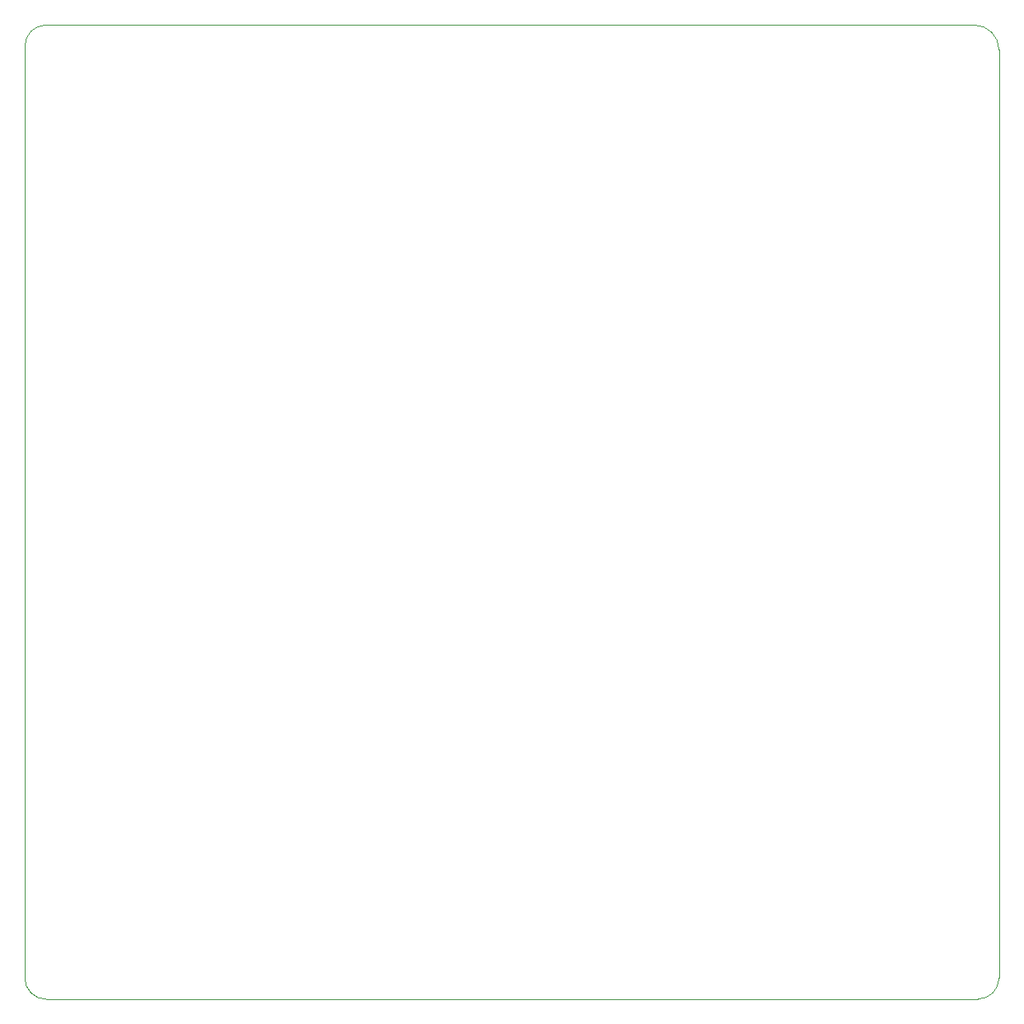
<source format=gbr>
G04 #@! TF.GenerationSoftware,KiCad,Pcbnew,(5.1.6-0-10_14)*
G04 #@! TF.CreationDate,2021-01-15T21:25:49+01:00*
G04 #@! TF.ProjectId,backplane,6261636b-706c-4616-9e65-2e6b69636164,rev?*
G04 #@! TF.SameCoordinates,Original*
G04 #@! TF.FileFunction,Profile,NP*
%FSLAX46Y46*%
G04 Gerber Fmt 4.6, Leading zero omitted, Abs format (unit mm)*
G04 Created by KiCad (PCBNEW (5.1.6-0-10_14)) date 2021-01-15 21:25:49*
%MOMM*%
%LPD*%
G01*
G04 APERTURE LIST*
G04 #@! TA.AperFunction,Profile*
%ADD10C,0.050000*%
G04 #@! TD*
G04 #@! TA.AperFunction,Profile*
%ADD11C,0.100000*%
G04 #@! TD*
G04 APERTURE END LIST*
D10*
X0Y-2159000D02*
G75*
G02*
X2159000Y0I2159000J0D01*
G01*
X2159000Y-99949000D02*
G75*
G02*
X0Y-97790000I0J2159000D01*
G01*
X99949000Y-97790000D02*
G75*
G02*
X97790000Y-99949000I-2159000J0D01*
G01*
X97409000Y0D02*
G75*
G02*
X99949000Y-2540000I0J-2540000D01*
G01*
D11*
X99949000Y-2540000D02*
X99949000Y-97790000D01*
X2159000Y0D02*
X97409000Y0D01*
X0Y-97790000D02*
X0Y-2159000D01*
X97790000Y-99949000D02*
X2159000Y-99949000D01*
M02*

</source>
